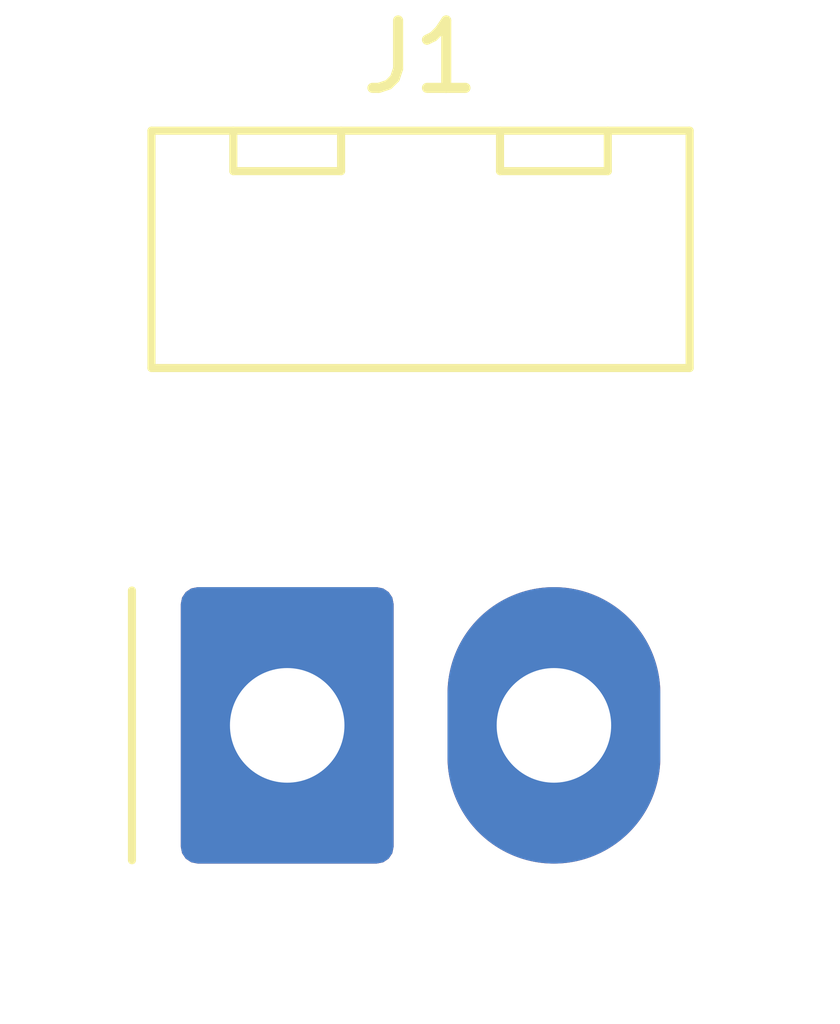
<source format=kicad_pcb>
(kicad_pcb (version 20240108) (generator "pcbnew") (generator_version "8.0")
  (layers (0 "F.Cu" signal) (31 "B.Cu" signal) (34 "B.Paste" user) (35 "F.Paste" user) (36 "B.SilkS" user "B.Silkscreen") (37 "F.SilkS" user "F.Silkscreen") (38 "B.Mask" user) (39 "F.Mask" user) (44 "Edge.Cuts" user))
  (net 0 "")
  (net 1 "/PIN D")
  (net 2 "GNDREF")
  (footprint "Connector_Molex:Molex_KK-396_A-41792-0002_1x02_P3.96mm_Horizontal" (layer "F.Cu") (at 20.04 24.5)
    (property "Reference" "J1" (at 1.98 -9.91 0) (layer "F.SilkS"))
    (property "Value" "Conn_01x02_Pin")
    (fp_line (start -2.305 -2) (end -2.305 2) (stroke (width 0.12)) (layer "F.SilkS"))
    (fp_line (start -2.015 -8.82) (end 5.975 -8.82) (stroke (width 0.12)) (layer "F.SilkS"))
    (fp_line (start -2.015 -5.3) (end -2.015 -8.82) (stroke (width 0.12)) (layer "F.SilkS"))
    (fp_line (start -0.8 -8.82) (end -0.8 -8.22) (stroke (width 0.12)) (layer "F.SilkS"))
    (fp_line (start -0.8 -8.22) (end 0.8 -8.22) (stroke (width 0.12)) (layer "F.SilkS"))
    (fp_line (start 0.8 -8.22) (end 0.8 -8.82) (stroke (width 0.12)) (layer "F.SilkS"))
    (fp_line (start 3.16 -8.82) (end 3.16 -8.22) (stroke (width 0.12)) (layer "F.SilkS"))
    (fp_line (start 3.16 -8.22) (end 4.76 -8.22) (stroke (width 0.12)) (layer "F.SilkS"))
    (fp_line (start 4.76 -8.22) (end 4.76 -8.82) (stroke (width 0.12)) (layer "F.SilkS"))
    (fp_line (start 5.975 -8.82) (end 5.975 -5.3) (stroke (width 0.12)) (layer "F.SilkS"))
    (fp_line (start 5.975 -5.3) (end -2.015 -5.3) (stroke (width 0.12)) (layer "F.SilkS"))
    (pad "1" thru_hole roundrect (at 0 0) (size 3.16 4.1) (drill 1.7) (layers "*.Cu" "*.Mask") (roundrect_rratio 0.079114) (net 1 "/PIN D"))
    (pad "2" thru_hole oval (at 3.96 0) (size 3.16 4.1) (drill 1.7) (layers "*.Cu" "*.Mask") (net 2 "GNDREF"))
  )
)
</source>
